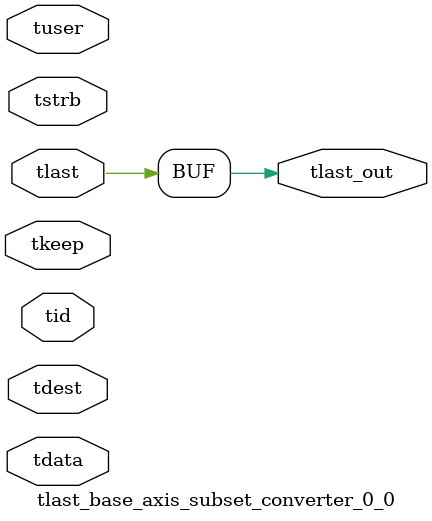
<source format=v>


`timescale 1ps/1ps

module tlast_base_axis_subset_converter_0_0 #
(
parameter C_S_AXIS_TID_WIDTH   = 1,
parameter C_S_AXIS_TUSER_WIDTH = 0,
parameter C_S_AXIS_TDATA_WIDTH = 0,
parameter C_S_AXIS_TDEST_WIDTH = 0
)
(
input  [(C_S_AXIS_TID_WIDTH   == 0 ? 1 : C_S_AXIS_TID_WIDTH)-1:0       ] tid,
input  [(C_S_AXIS_TDATA_WIDTH == 0 ? 1 : C_S_AXIS_TDATA_WIDTH)-1:0     ] tdata,
input  [(C_S_AXIS_TUSER_WIDTH == 0 ? 1 : C_S_AXIS_TUSER_WIDTH)-1:0     ] tuser,
input  [(C_S_AXIS_TDEST_WIDTH == 0 ? 1 : C_S_AXIS_TDEST_WIDTH)-1:0     ] tdest,
input  [(C_S_AXIS_TDATA_WIDTH/8)-1:0 ] tkeep,
input  [(C_S_AXIS_TDATA_WIDTH/8)-1:0 ] tstrb,
input  [0:0]                                                             tlast,
output                                                                   tlast_out
);

assign tlast_out = {tlast};

endmodule


</source>
